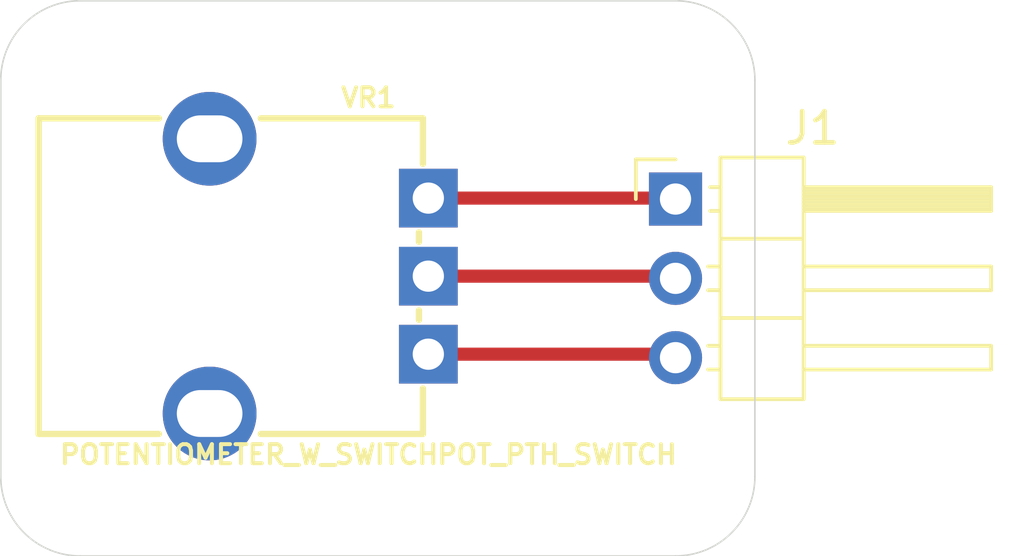
<source format=kicad_pcb>
(kicad_pcb (version 20171130) (host pcbnew "(5.1.5-0-10_14)")

  (general
    (thickness 1.6)
    (drawings 8)
    (tracks 6)
    (zones 0)
    (modules 2)
    (nets 1)
  )

  (page A4)
  (layers
    (0 F.Cu signal)
    (31 B.Cu signal)
    (32 B.Adhes user)
    (33 F.Adhes user)
    (34 B.Paste user)
    (35 F.Paste user)
    (36 B.SilkS user)
    (37 F.SilkS user)
    (38 B.Mask user)
    (39 F.Mask user)
    (40 Dwgs.User user)
    (41 Cmts.User user)
    (42 Eco1.User user)
    (43 Eco2.User user)
    (44 Edge.Cuts user)
    (45 Margin user)
    (46 B.CrtYd user)
    (47 F.CrtYd user)
    (48 B.Fab user)
    (49 F.Fab user)
  )

  (setup
    (last_trace_width 0.25)
    (trace_clearance 0.2)
    (zone_clearance 0.508)
    (zone_45_only no)
    (trace_min 0.2)
    (via_size 0.8)
    (via_drill 0.4)
    (via_min_size 0.4)
    (via_min_drill 0.3)
    (uvia_size 0.3)
    (uvia_drill 0.1)
    (uvias_allowed no)
    (uvia_min_size 0.2)
    (uvia_min_drill 0.1)
    (edge_width 0.05)
    (segment_width 0.2)
    (pcb_text_width 0.3)
    (pcb_text_size 1.5 1.5)
    (mod_edge_width 0.12)
    (mod_text_size 1 1)
    (mod_text_width 0.15)
    (pad_size 2.99974 2.99974)
    (pad_drill 2.1)
    (pad_to_mask_clearance 0.051)
    (solder_mask_min_width 0.25)
    (aux_axis_origin 0 0)
    (visible_elements FFFFFF7F)
    (pcbplotparams
      (layerselection 0x01000_7fffffff)
      (usegerberextensions false)
      (usegerberattributes false)
      (usegerberadvancedattributes false)
      (creategerberjobfile false)
      (excludeedgelayer true)
      (linewidth 0.100000)
      (plotframeref false)
      (viasonmask false)
      (mode 1)
      (useauxorigin false)
      (hpglpennumber 1)
      (hpglpenspeed 20)
      (hpglpendiameter 15.000000)
      (psnegative false)
      (psa4output false)
      (plotreference true)
      (plotvalue true)
      (plotinvisibletext false)
      (padsonsilk false)
      (subtractmaskfromsilk false)
      (outputformat 1)
      (mirror false)
      (drillshape 0)
      (scaleselection 1)
      (outputdirectory ""))
  )

  (net 0 "")

  (net_class Default "This is the default net class."
    (clearance 0.2)
    (trace_width 0.25)
    (via_dia 0.8)
    (via_drill 0.4)
    (uvia_dia 0.3)
    (uvia_drill 0.1)
    (add_net "Net-(J1-Pad1)")
    (add_net "Net-(J1-Pad2)")
    (add_net "Net-(J1-Pad3)")
  )

  (module Connector_PinHeader_2.54mm:PinHeader_1x03_P2.54mm_Horizontal (layer F.Cu) (tedit 59FED5CB) (tstamp 5EE6B271)
    (at 203.835 140.335)
    (descr "Through hole angled pin header, 1x03, 2.54mm pitch, 6mm pin length, single row")
    (tags "Through hole angled pin header THT 1x03 2.54mm single row")
    (path /5EE64FC1)
    (fp_text reference J1 (at 4.385 -2.27) (layer F.SilkS)
      (effects (font (size 1 1) (thickness 0.15)))
    )
    (fp_text value Conn_01x03_Male (at 4.385 7.35) (layer F.Fab)
      (effects (font (size 1 1) (thickness 0.15)))
    )
    (fp_text user %R (at 2.77 2.54 90) (layer F.Fab)
      (effects (font (size 1 1) (thickness 0.15)))
    )
    (fp_line (start 10.55 -1.8) (end -1.8 -1.8) (layer F.CrtYd) (width 0.05))
    (fp_line (start 10.55 6.85) (end 10.55 -1.8) (layer F.CrtYd) (width 0.05))
    (fp_line (start -1.8 6.85) (end 10.55 6.85) (layer F.CrtYd) (width 0.05))
    (fp_line (start -1.8 -1.8) (end -1.8 6.85) (layer F.CrtYd) (width 0.05))
    (fp_line (start -1.27 -1.27) (end 0 -1.27) (layer F.SilkS) (width 0.12))
    (fp_line (start -1.27 0) (end -1.27 -1.27) (layer F.SilkS) (width 0.12))
    (fp_line (start 1.042929 5.46) (end 1.44 5.46) (layer F.SilkS) (width 0.12))
    (fp_line (start 1.042929 4.7) (end 1.44 4.7) (layer F.SilkS) (width 0.12))
    (fp_line (start 10.1 5.46) (end 4.1 5.46) (layer F.SilkS) (width 0.12))
    (fp_line (start 10.1 4.7) (end 10.1 5.46) (layer F.SilkS) (width 0.12))
    (fp_line (start 4.1 4.7) (end 10.1 4.7) (layer F.SilkS) (width 0.12))
    (fp_line (start 1.44 3.81) (end 4.1 3.81) (layer F.SilkS) (width 0.12))
    (fp_line (start 1.042929 2.92) (end 1.44 2.92) (layer F.SilkS) (width 0.12))
    (fp_line (start 1.042929 2.16) (end 1.44 2.16) (layer F.SilkS) (width 0.12))
    (fp_line (start 10.1 2.92) (end 4.1 2.92) (layer F.SilkS) (width 0.12))
    (fp_line (start 10.1 2.16) (end 10.1 2.92) (layer F.SilkS) (width 0.12))
    (fp_line (start 4.1 2.16) (end 10.1 2.16) (layer F.SilkS) (width 0.12))
    (fp_line (start 1.44 1.27) (end 4.1 1.27) (layer F.SilkS) (width 0.12))
    (fp_line (start 1.11 0.38) (end 1.44 0.38) (layer F.SilkS) (width 0.12))
    (fp_line (start 1.11 -0.38) (end 1.44 -0.38) (layer F.SilkS) (width 0.12))
    (fp_line (start 4.1 0.28) (end 10.1 0.28) (layer F.SilkS) (width 0.12))
    (fp_line (start 4.1 0.16) (end 10.1 0.16) (layer F.SilkS) (width 0.12))
    (fp_line (start 4.1 0.04) (end 10.1 0.04) (layer F.SilkS) (width 0.12))
    (fp_line (start 4.1 -0.08) (end 10.1 -0.08) (layer F.SilkS) (width 0.12))
    (fp_line (start 4.1 -0.2) (end 10.1 -0.2) (layer F.SilkS) (width 0.12))
    (fp_line (start 4.1 -0.32) (end 10.1 -0.32) (layer F.SilkS) (width 0.12))
    (fp_line (start 10.1 0.38) (end 4.1 0.38) (layer F.SilkS) (width 0.12))
    (fp_line (start 10.1 -0.38) (end 10.1 0.38) (layer F.SilkS) (width 0.12))
    (fp_line (start 4.1 -0.38) (end 10.1 -0.38) (layer F.SilkS) (width 0.12))
    (fp_line (start 4.1 -1.33) (end 1.44 -1.33) (layer F.SilkS) (width 0.12))
    (fp_line (start 4.1 6.41) (end 4.1 -1.33) (layer F.SilkS) (width 0.12))
    (fp_line (start 1.44 6.41) (end 4.1 6.41) (layer F.SilkS) (width 0.12))
    (fp_line (start 1.44 -1.33) (end 1.44 6.41) (layer F.SilkS) (width 0.12))
    (fp_line (start 4.04 5.4) (end 10.04 5.4) (layer F.Fab) (width 0.1))
    (fp_line (start 10.04 4.76) (end 10.04 5.4) (layer F.Fab) (width 0.1))
    (fp_line (start 4.04 4.76) (end 10.04 4.76) (layer F.Fab) (width 0.1))
    (fp_line (start -0.32 5.4) (end 1.5 5.4) (layer F.Fab) (width 0.1))
    (fp_line (start -0.32 4.76) (end -0.32 5.4) (layer F.Fab) (width 0.1))
    (fp_line (start -0.32 4.76) (end 1.5 4.76) (layer F.Fab) (width 0.1))
    (fp_line (start 4.04 2.86) (end 10.04 2.86) (layer F.Fab) (width 0.1))
    (fp_line (start 10.04 2.22) (end 10.04 2.86) (layer F.Fab) (width 0.1))
    (fp_line (start 4.04 2.22) (end 10.04 2.22) (layer F.Fab) (width 0.1))
    (fp_line (start -0.32 2.86) (end 1.5 2.86) (layer F.Fab) (width 0.1))
    (fp_line (start -0.32 2.22) (end -0.32 2.86) (layer F.Fab) (width 0.1))
    (fp_line (start -0.32 2.22) (end 1.5 2.22) (layer F.Fab) (width 0.1))
    (fp_line (start 4.04 0.32) (end 10.04 0.32) (layer F.Fab) (width 0.1))
    (fp_line (start 10.04 -0.32) (end 10.04 0.32) (layer F.Fab) (width 0.1))
    (fp_line (start 4.04 -0.32) (end 10.04 -0.32) (layer F.Fab) (width 0.1))
    (fp_line (start -0.32 0.32) (end 1.5 0.32) (layer F.Fab) (width 0.1))
    (fp_line (start -0.32 -0.32) (end -0.32 0.32) (layer F.Fab) (width 0.1))
    (fp_line (start -0.32 -0.32) (end 1.5 -0.32) (layer F.Fab) (width 0.1))
    (fp_line (start 1.5 -0.635) (end 2.135 -1.27) (layer F.Fab) (width 0.1))
    (fp_line (start 1.5 6.35) (end 1.5 -0.635) (layer F.Fab) (width 0.1))
    (fp_line (start 4.04 6.35) (end 1.5 6.35) (layer F.Fab) (width 0.1))
    (fp_line (start 4.04 -1.27) (end 4.04 6.35) (layer F.Fab) (width 0.1))
    (fp_line (start 2.135 -1.27) (end 4.04 -1.27) (layer F.Fab) (width 0.1))
    (pad 3 thru_hole oval (at 0 5.08) (size 1.7 1.7) (drill 1) (layers *.Cu *.Mask))
    (pad 2 thru_hole oval (at 0 2.54) (size 1.7 1.7) (drill 1) (layers *.Cu *.Mask))
    (pad 1 thru_hole rect (at 0 0) (size 1.7 1.7) (drill 1) (layers *.Cu *.Mask))
    (model ${KISYS3DMOD}/Connector_PinHeader_2.54mm.3dshapes/PinHeader_1x03_P2.54mm_Horizontal.wrl
      (at (xyz 0 0 0))
      (scale (xyz 1 1 1))
      (rotate (xyz 0 0 0))
    )
  )

  (module Resistors:POT-PTH-ALPS (layer F.Cu) (tedit 5EE63F04) (tstamp 5EE6B287)
    (at 188.92776 142.804149)
    (descr "9MM SQUARE ROTARY POTENTIOMETER - PTH")
    (tags "9MM SQUARE ROTARY POTENTIOMETER - PTH")
    (path /5EE6447C)
    (attr virtual)
    (fp_text reference VR1 (at 5.08 -5.715 180) (layer F.SilkS)
      (effects (font (size 0.6096 0.6096) (thickness 0.127)))
    )
    (fp_text value POTENTIOMETER_W_SWITCHPOT_PTH_SWITCH (at 5.08 5.715 180) (layer F.SilkS)
      (effects (font (size 0.6096 0.6096) (thickness 0.127)))
    )
    (fp_line (start 6.69798 -1.39954) (end 6.69798 -1.09982) (layer F.SilkS) (width 0.2032))
    (fp_line (start 6.82498 3.59918) (end 6.82498 5.02666) (layer F.SilkS) (width 0.2032))
    (fp_line (start -5.47116 -5.0546) (end -5.47116 5.0546) (layer F.SilkS) (width 0.2032))
    (fp_line (start -5.47116 -5.0546) (end -1.62306 -5.0546) (layer F.SilkS) (width 0.2032))
    (fp_line (start 1.6383 5.0546) (end 6.82498 5.0546) (layer F.SilkS) (width 0.2032))
    (fp_line (start 1.6383 -5.0546) (end 6.82498 -5.0546) (layer F.SilkS) (width 0.2032))
    (fp_line (start -5.47116 5.0546) (end -1.62306 5.0546) (layer F.SilkS) (width 0.2032))
    (fp_line (start 6.69798 1.09982) (end 6.69798 1.39954) (layer F.SilkS) (width 0.2032))
    (fp_line (start 6.82498 -5.0546) (end 6.82498 -3.59918) (layer F.SilkS) (width 0.2032))
    (fp_line (start -5.34416 -4.9276) (end 6.72846 -4.9276) (layer Dwgs.User) (width 0.2032))
    (fp_line (start -5.34416 4.9276) (end -5.34416 -4.9276) (layer Dwgs.User) (width 0.2032))
    (fp_line (start 6.72846 4.9276) (end -5.34416 4.9276) (layer Dwgs.User) (width 0.2032))
    (fp_line (start 6.72846 -4.9276) (end 6.72846 4.9276) (layer Dwgs.User) (width 0.2032))
    (pad P$5 thru_hole circle (at 0 -4.39928) (size 2.99974 2.99974) (drill oval 2.1 1.5) (layers *.Cu *.Mask)
      (solder_mask_margin 0.1016))
    (pad P$4 thru_hole circle (at 0 4.39928) (size 2.99974 2.99974) (drill oval 2.1 1.5) (layers *.Cu *.Mask)
      (solder_mask_margin 0.1016))
    (pad P$3 thru_hole rect (at 6.9977 -2.49936) (size 1.8796 1.8796) (drill 1) (layers *.Cu *.Mask)
      (solder_mask_margin 0.1016))
    (pad P$2 thru_hole rect (at 6.9977 0) (size 1.8796 1.8796) (drill 1) (layers *.Cu *.Mask)
      (solder_mask_margin 0.1016))
    (pad P$1 thru_hole rect (at 6.9977 2.49936) (size 1.8796 1.8796) (drill 1) (layers *.Cu *.Mask)
      (solder_mask_margin 0.1016))
  )

  (gr_arc (start 184.785 136.525) (end 184.785 133.985) (angle -90) (layer Edge.Cuts) (width 0.05))
  (gr_arc (start 184.785 149.225) (end 182.245 149.225) (angle -90) (layer Edge.Cuts) (width 0.05))
  (gr_arc (start 203.835 149.225) (end 203.835 151.765) (angle -90) (layer Edge.Cuts) (width 0.05))
  (gr_arc (start 203.835 136.525) (end 206.375 136.525) (angle -90) (layer Edge.Cuts) (width 0.05))
  (gr_line (start 182.245 149.225) (end 182.245 136.525) (layer Edge.Cuts) (width 0.05))
  (gr_line (start 203.835 151.765) (end 184.785 151.765) (layer Edge.Cuts) (width 0.05))
  (gr_line (start 206.375 136.525) (end 206.375 149.225) (layer Edge.Cuts) (width 0.05))
  (gr_line (start 184.785 133.985) (end 203.835 133.985) (layer Edge.Cuts) (width 0.05))

  (segment (start 203.804789 140.304789) (end 203.835 140.335) (width 0.25) (layer F.Cu) (net 0))
  (segment (start 195.92546 140.304789) (end 203.804789 140.304789) (width 0.42) (layer F.Cu) (net 0))
  (segment (start 203.764149 142.804149) (end 203.835 142.875) (width 0.25) (layer F.Cu) (net 0))
  (segment (start 195.92546 142.804149) (end 203.764149 142.804149) (width 0.42) (layer F.Cu) (net 0))
  (segment (start 203.723509 145.303509) (end 203.835 145.415) (width 0.25) (layer F.Cu) (net 0))
  (segment (start 195.92546 145.303509) (end 203.723509 145.303509) (width 0.42) (layer F.Cu) (net 0))

)

</source>
